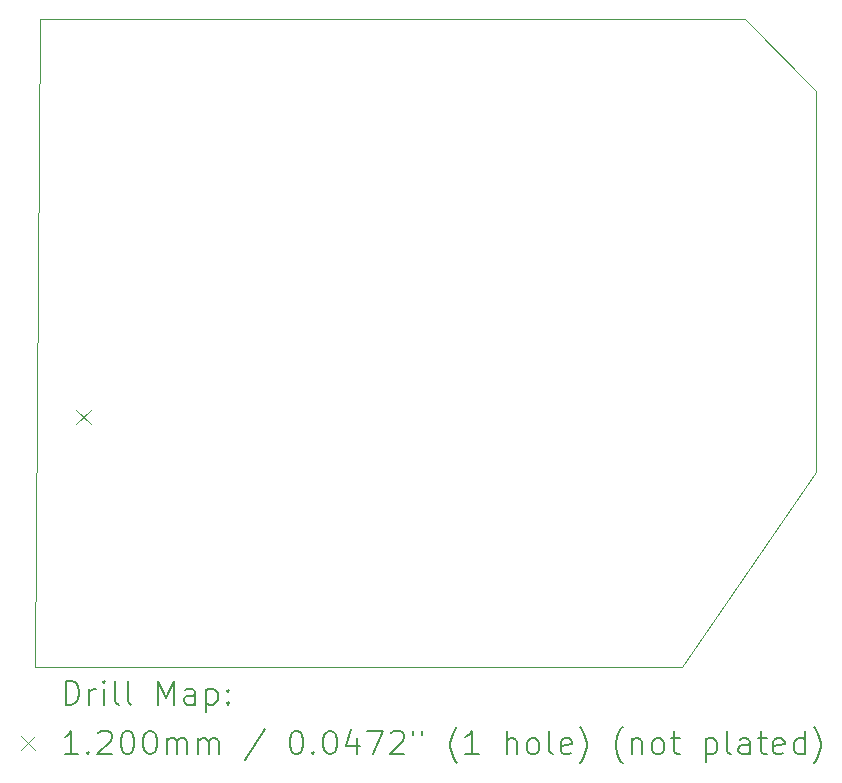
<source format=gbr>
%TF.GenerationSoftware,KiCad,Pcbnew,9.0.6*%
%TF.CreationDate,2025-12-02T12:47:50-05:00*%
%TF.ProjectId,ControlBoard,436f6e74-726f-46c4-926f-6172642e6b69,rev?*%
%TF.SameCoordinates,Original*%
%TF.FileFunction,Drillmap*%
%TF.FilePolarity,Positive*%
%FSLAX45Y45*%
G04 Gerber Fmt 4.5, Leading zero omitted, Abs format (unit mm)*
G04 Created by KiCad (PCBNEW 9.0.6) date 2025-12-02 12:47:50*
%MOMM*%
%LPD*%
G01*
G04 APERTURE LIST*
%ADD10C,0.050000*%
%ADD11C,0.200000*%
%ADD12C,0.120000*%
G04 APERTURE END LIST*
D10*
X17809000Y-11323000D02*
X16671000Y-12982000D01*
X17204410Y-7489000D02*
X17809000Y-8103000D01*
X11199000Y-12982000D02*
X11237500Y-7489000D01*
X16671000Y-12982000D02*
X11199000Y-12982000D01*
X17809000Y-8103000D02*
X17809000Y-11323000D01*
X11237500Y-7489000D02*
X17204410Y-7489000D01*
D11*
D12*
X11548000Y-10799000D02*
X11668000Y-10919000D01*
X11668000Y-10799000D02*
X11548000Y-10919000D01*
D11*
X11457277Y-13295984D02*
X11457277Y-13095984D01*
X11457277Y-13095984D02*
X11504896Y-13095984D01*
X11504896Y-13095984D02*
X11533467Y-13105508D01*
X11533467Y-13105508D02*
X11552515Y-13124555D01*
X11552515Y-13124555D02*
X11562039Y-13143603D01*
X11562039Y-13143603D02*
X11571562Y-13181698D01*
X11571562Y-13181698D02*
X11571562Y-13210269D01*
X11571562Y-13210269D02*
X11562039Y-13248365D01*
X11562039Y-13248365D02*
X11552515Y-13267412D01*
X11552515Y-13267412D02*
X11533467Y-13286460D01*
X11533467Y-13286460D02*
X11504896Y-13295984D01*
X11504896Y-13295984D02*
X11457277Y-13295984D01*
X11657277Y-13295984D02*
X11657277Y-13162650D01*
X11657277Y-13200746D02*
X11666801Y-13181698D01*
X11666801Y-13181698D02*
X11676324Y-13172174D01*
X11676324Y-13172174D02*
X11695372Y-13162650D01*
X11695372Y-13162650D02*
X11714420Y-13162650D01*
X11781086Y-13295984D02*
X11781086Y-13162650D01*
X11781086Y-13095984D02*
X11771562Y-13105508D01*
X11771562Y-13105508D02*
X11781086Y-13115031D01*
X11781086Y-13115031D02*
X11790610Y-13105508D01*
X11790610Y-13105508D02*
X11781086Y-13095984D01*
X11781086Y-13095984D02*
X11781086Y-13115031D01*
X11904896Y-13295984D02*
X11885848Y-13286460D01*
X11885848Y-13286460D02*
X11876324Y-13267412D01*
X11876324Y-13267412D02*
X11876324Y-13095984D01*
X12009658Y-13295984D02*
X11990610Y-13286460D01*
X11990610Y-13286460D02*
X11981086Y-13267412D01*
X11981086Y-13267412D02*
X11981086Y-13095984D01*
X12238229Y-13295984D02*
X12238229Y-13095984D01*
X12238229Y-13095984D02*
X12304896Y-13238841D01*
X12304896Y-13238841D02*
X12371562Y-13095984D01*
X12371562Y-13095984D02*
X12371562Y-13295984D01*
X12552515Y-13295984D02*
X12552515Y-13191222D01*
X12552515Y-13191222D02*
X12542991Y-13172174D01*
X12542991Y-13172174D02*
X12523943Y-13162650D01*
X12523943Y-13162650D02*
X12485848Y-13162650D01*
X12485848Y-13162650D02*
X12466801Y-13172174D01*
X12552515Y-13286460D02*
X12533467Y-13295984D01*
X12533467Y-13295984D02*
X12485848Y-13295984D01*
X12485848Y-13295984D02*
X12466801Y-13286460D01*
X12466801Y-13286460D02*
X12457277Y-13267412D01*
X12457277Y-13267412D02*
X12457277Y-13248365D01*
X12457277Y-13248365D02*
X12466801Y-13229317D01*
X12466801Y-13229317D02*
X12485848Y-13219793D01*
X12485848Y-13219793D02*
X12533467Y-13219793D01*
X12533467Y-13219793D02*
X12552515Y-13210269D01*
X12647753Y-13162650D02*
X12647753Y-13362650D01*
X12647753Y-13172174D02*
X12666801Y-13162650D01*
X12666801Y-13162650D02*
X12704896Y-13162650D01*
X12704896Y-13162650D02*
X12723943Y-13172174D01*
X12723943Y-13172174D02*
X12733467Y-13181698D01*
X12733467Y-13181698D02*
X12742991Y-13200746D01*
X12742991Y-13200746D02*
X12742991Y-13257888D01*
X12742991Y-13257888D02*
X12733467Y-13276936D01*
X12733467Y-13276936D02*
X12723943Y-13286460D01*
X12723943Y-13286460D02*
X12704896Y-13295984D01*
X12704896Y-13295984D02*
X12666801Y-13295984D01*
X12666801Y-13295984D02*
X12647753Y-13286460D01*
X12828705Y-13276936D02*
X12838229Y-13286460D01*
X12838229Y-13286460D02*
X12828705Y-13295984D01*
X12828705Y-13295984D02*
X12819182Y-13286460D01*
X12819182Y-13286460D02*
X12828705Y-13276936D01*
X12828705Y-13276936D02*
X12828705Y-13295984D01*
X12828705Y-13172174D02*
X12838229Y-13181698D01*
X12838229Y-13181698D02*
X12828705Y-13191222D01*
X12828705Y-13191222D02*
X12819182Y-13181698D01*
X12819182Y-13181698D02*
X12828705Y-13172174D01*
X12828705Y-13172174D02*
X12828705Y-13191222D01*
D12*
X11076500Y-13564500D02*
X11196500Y-13684500D01*
X11196500Y-13564500D02*
X11076500Y-13684500D01*
D11*
X11562039Y-13715984D02*
X11447753Y-13715984D01*
X11504896Y-13715984D02*
X11504896Y-13515984D01*
X11504896Y-13515984D02*
X11485848Y-13544555D01*
X11485848Y-13544555D02*
X11466801Y-13563603D01*
X11466801Y-13563603D02*
X11447753Y-13573127D01*
X11647753Y-13696936D02*
X11657277Y-13706460D01*
X11657277Y-13706460D02*
X11647753Y-13715984D01*
X11647753Y-13715984D02*
X11638229Y-13706460D01*
X11638229Y-13706460D02*
X11647753Y-13696936D01*
X11647753Y-13696936D02*
X11647753Y-13715984D01*
X11733467Y-13535031D02*
X11742991Y-13525508D01*
X11742991Y-13525508D02*
X11762039Y-13515984D01*
X11762039Y-13515984D02*
X11809658Y-13515984D01*
X11809658Y-13515984D02*
X11828705Y-13525508D01*
X11828705Y-13525508D02*
X11838229Y-13535031D01*
X11838229Y-13535031D02*
X11847753Y-13554079D01*
X11847753Y-13554079D02*
X11847753Y-13573127D01*
X11847753Y-13573127D02*
X11838229Y-13601698D01*
X11838229Y-13601698D02*
X11723943Y-13715984D01*
X11723943Y-13715984D02*
X11847753Y-13715984D01*
X11971562Y-13515984D02*
X11990610Y-13515984D01*
X11990610Y-13515984D02*
X12009658Y-13525508D01*
X12009658Y-13525508D02*
X12019182Y-13535031D01*
X12019182Y-13535031D02*
X12028705Y-13554079D01*
X12028705Y-13554079D02*
X12038229Y-13592174D01*
X12038229Y-13592174D02*
X12038229Y-13639793D01*
X12038229Y-13639793D02*
X12028705Y-13677888D01*
X12028705Y-13677888D02*
X12019182Y-13696936D01*
X12019182Y-13696936D02*
X12009658Y-13706460D01*
X12009658Y-13706460D02*
X11990610Y-13715984D01*
X11990610Y-13715984D02*
X11971562Y-13715984D01*
X11971562Y-13715984D02*
X11952515Y-13706460D01*
X11952515Y-13706460D02*
X11942991Y-13696936D01*
X11942991Y-13696936D02*
X11933467Y-13677888D01*
X11933467Y-13677888D02*
X11923943Y-13639793D01*
X11923943Y-13639793D02*
X11923943Y-13592174D01*
X11923943Y-13592174D02*
X11933467Y-13554079D01*
X11933467Y-13554079D02*
X11942991Y-13535031D01*
X11942991Y-13535031D02*
X11952515Y-13525508D01*
X11952515Y-13525508D02*
X11971562Y-13515984D01*
X12162039Y-13515984D02*
X12181086Y-13515984D01*
X12181086Y-13515984D02*
X12200134Y-13525508D01*
X12200134Y-13525508D02*
X12209658Y-13535031D01*
X12209658Y-13535031D02*
X12219182Y-13554079D01*
X12219182Y-13554079D02*
X12228705Y-13592174D01*
X12228705Y-13592174D02*
X12228705Y-13639793D01*
X12228705Y-13639793D02*
X12219182Y-13677888D01*
X12219182Y-13677888D02*
X12209658Y-13696936D01*
X12209658Y-13696936D02*
X12200134Y-13706460D01*
X12200134Y-13706460D02*
X12181086Y-13715984D01*
X12181086Y-13715984D02*
X12162039Y-13715984D01*
X12162039Y-13715984D02*
X12142991Y-13706460D01*
X12142991Y-13706460D02*
X12133467Y-13696936D01*
X12133467Y-13696936D02*
X12123943Y-13677888D01*
X12123943Y-13677888D02*
X12114420Y-13639793D01*
X12114420Y-13639793D02*
X12114420Y-13592174D01*
X12114420Y-13592174D02*
X12123943Y-13554079D01*
X12123943Y-13554079D02*
X12133467Y-13535031D01*
X12133467Y-13535031D02*
X12142991Y-13525508D01*
X12142991Y-13525508D02*
X12162039Y-13515984D01*
X12314420Y-13715984D02*
X12314420Y-13582650D01*
X12314420Y-13601698D02*
X12323943Y-13592174D01*
X12323943Y-13592174D02*
X12342991Y-13582650D01*
X12342991Y-13582650D02*
X12371563Y-13582650D01*
X12371563Y-13582650D02*
X12390610Y-13592174D01*
X12390610Y-13592174D02*
X12400134Y-13611222D01*
X12400134Y-13611222D02*
X12400134Y-13715984D01*
X12400134Y-13611222D02*
X12409658Y-13592174D01*
X12409658Y-13592174D02*
X12428705Y-13582650D01*
X12428705Y-13582650D02*
X12457277Y-13582650D01*
X12457277Y-13582650D02*
X12476324Y-13592174D01*
X12476324Y-13592174D02*
X12485848Y-13611222D01*
X12485848Y-13611222D02*
X12485848Y-13715984D01*
X12581086Y-13715984D02*
X12581086Y-13582650D01*
X12581086Y-13601698D02*
X12590610Y-13592174D01*
X12590610Y-13592174D02*
X12609658Y-13582650D01*
X12609658Y-13582650D02*
X12638229Y-13582650D01*
X12638229Y-13582650D02*
X12657277Y-13592174D01*
X12657277Y-13592174D02*
X12666801Y-13611222D01*
X12666801Y-13611222D02*
X12666801Y-13715984D01*
X12666801Y-13611222D02*
X12676324Y-13592174D01*
X12676324Y-13592174D02*
X12695372Y-13582650D01*
X12695372Y-13582650D02*
X12723943Y-13582650D01*
X12723943Y-13582650D02*
X12742991Y-13592174D01*
X12742991Y-13592174D02*
X12752515Y-13611222D01*
X12752515Y-13611222D02*
X12752515Y-13715984D01*
X13142991Y-13506460D02*
X12971563Y-13763603D01*
X13400134Y-13515984D02*
X13419182Y-13515984D01*
X13419182Y-13515984D02*
X13438229Y-13525508D01*
X13438229Y-13525508D02*
X13447753Y-13535031D01*
X13447753Y-13535031D02*
X13457277Y-13554079D01*
X13457277Y-13554079D02*
X13466801Y-13592174D01*
X13466801Y-13592174D02*
X13466801Y-13639793D01*
X13466801Y-13639793D02*
X13457277Y-13677888D01*
X13457277Y-13677888D02*
X13447753Y-13696936D01*
X13447753Y-13696936D02*
X13438229Y-13706460D01*
X13438229Y-13706460D02*
X13419182Y-13715984D01*
X13419182Y-13715984D02*
X13400134Y-13715984D01*
X13400134Y-13715984D02*
X13381086Y-13706460D01*
X13381086Y-13706460D02*
X13371563Y-13696936D01*
X13371563Y-13696936D02*
X13362039Y-13677888D01*
X13362039Y-13677888D02*
X13352515Y-13639793D01*
X13352515Y-13639793D02*
X13352515Y-13592174D01*
X13352515Y-13592174D02*
X13362039Y-13554079D01*
X13362039Y-13554079D02*
X13371563Y-13535031D01*
X13371563Y-13535031D02*
X13381086Y-13525508D01*
X13381086Y-13525508D02*
X13400134Y-13515984D01*
X13552515Y-13696936D02*
X13562039Y-13706460D01*
X13562039Y-13706460D02*
X13552515Y-13715984D01*
X13552515Y-13715984D02*
X13542991Y-13706460D01*
X13542991Y-13706460D02*
X13552515Y-13696936D01*
X13552515Y-13696936D02*
X13552515Y-13715984D01*
X13685848Y-13515984D02*
X13704896Y-13515984D01*
X13704896Y-13515984D02*
X13723944Y-13525508D01*
X13723944Y-13525508D02*
X13733467Y-13535031D01*
X13733467Y-13535031D02*
X13742991Y-13554079D01*
X13742991Y-13554079D02*
X13752515Y-13592174D01*
X13752515Y-13592174D02*
X13752515Y-13639793D01*
X13752515Y-13639793D02*
X13742991Y-13677888D01*
X13742991Y-13677888D02*
X13733467Y-13696936D01*
X13733467Y-13696936D02*
X13723944Y-13706460D01*
X13723944Y-13706460D02*
X13704896Y-13715984D01*
X13704896Y-13715984D02*
X13685848Y-13715984D01*
X13685848Y-13715984D02*
X13666801Y-13706460D01*
X13666801Y-13706460D02*
X13657277Y-13696936D01*
X13657277Y-13696936D02*
X13647753Y-13677888D01*
X13647753Y-13677888D02*
X13638229Y-13639793D01*
X13638229Y-13639793D02*
X13638229Y-13592174D01*
X13638229Y-13592174D02*
X13647753Y-13554079D01*
X13647753Y-13554079D02*
X13657277Y-13535031D01*
X13657277Y-13535031D02*
X13666801Y-13525508D01*
X13666801Y-13525508D02*
X13685848Y-13515984D01*
X13923944Y-13582650D02*
X13923944Y-13715984D01*
X13876325Y-13506460D02*
X13828706Y-13649317D01*
X13828706Y-13649317D02*
X13952515Y-13649317D01*
X14009658Y-13515984D02*
X14142991Y-13515984D01*
X14142991Y-13515984D02*
X14057277Y-13715984D01*
X14209658Y-13535031D02*
X14219182Y-13525508D01*
X14219182Y-13525508D02*
X14238229Y-13515984D01*
X14238229Y-13515984D02*
X14285848Y-13515984D01*
X14285848Y-13515984D02*
X14304896Y-13525508D01*
X14304896Y-13525508D02*
X14314420Y-13535031D01*
X14314420Y-13535031D02*
X14323944Y-13554079D01*
X14323944Y-13554079D02*
X14323944Y-13573127D01*
X14323944Y-13573127D02*
X14314420Y-13601698D01*
X14314420Y-13601698D02*
X14200134Y-13715984D01*
X14200134Y-13715984D02*
X14323944Y-13715984D01*
X14400134Y-13515984D02*
X14400134Y-13554079D01*
X14476325Y-13515984D02*
X14476325Y-13554079D01*
X14771563Y-13792174D02*
X14762039Y-13782650D01*
X14762039Y-13782650D02*
X14742991Y-13754079D01*
X14742991Y-13754079D02*
X14733468Y-13735031D01*
X14733468Y-13735031D02*
X14723944Y-13706460D01*
X14723944Y-13706460D02*
X14714420Y-13658841D01*
X14714420Y-13658841D02*
X14714420Y-13620746D01*
X14714420Y-13620746D02*
X14723944Y-13573127D01*
X14723944Y-13573127D02*
X14733468Y-13544555D01*
X14733468Y-13544555D02*
X14742991Y-13525508D01*
X14742991Y-13525508D02*
X14762039Y-13496936D01*
X14762039Y-13496936D02*
X14771563Y-13487412D01*
X14952515Y-13715984D02*
X14838229Y-13715984D01*
X14895372Y-13715984D02*
X14895372Y-13515984D01*
X14895372Y-13515984D02*
X14876325Y-13544555D01*
X14876325Y-13544555D02*
X14857277Y-13563603D01*
X14857277Y-13563603D02*
X14838229Y-13573127D01*
X15190610Y-13715984D02*
X15190610Y-13515984D01*
X15276325Y-13715984D02*
X15276325Y-13611222D01*
X15276325Y-13611222D02*
X15266801Y-13592174D01*
X15266801Y-13592174D02*
X15247753Y-13582650D01*
X15247753Y-13582650D02*
X15219182Y-13582650D01*
X15219182Y-13582650D02*
X15200134Y-13592174D01*
X15200134Y-13592174D02*
X15190610Y-13601698D01*
X15400134Y-13715984D02*
X15381087Y-13706460D01*
X15381087Y-13706460D02*
X15371563Y-13696936D01*
X15371563Y-13696936D02*
X15362039Y-13677888D01*
X15362039Y-13677888D02*
X15362039Y-13620746D01*
X15362039Y-13620746D02*
X15371563Y-13601698D01*
X15371563Y-13601698D02*
X15381087Y-13592174D01*
X15381087Y-13592174D02*
X15400134Y-13582650D01*
X15400134Y-13582650D02*
X15428706Y-13582650D01*
X15428706Y-13582650D02*
X15447753Y-13592174D01*
X15447753Y-13592174D02*
X15457277Y-13601698D01*
X15457277Y-13601698D02*
X15466801Y-13620746D01*
X15466801Y-13620746D02*
X15466801Y-13677888D01*
X15466801Y-13677888D02*
X15457277Y-13696936D01*
X15457277Y-13696936D02*
X15447753Y-13706460D01*
X15447753Y-13706460D02*
X15428706Y-13715984D01*
X15428706Y-13715984D02*
X15400134Y-13715984D01*
X15581087Y-13715984D02*
X15562039Y-13706460D01*
X15562039Y-13706460D02*
X15552515Y-13687412D01*
X15552515Y-13687412D02*
X15552515Y-13515984D01*
X15733468Y-13706460D02*
X15714420Y-13715984D01*
X15714420Y-13715984D02*
X15676325Y-13715984D01*
X15676325Y-13715984D02*
X15657277Y-13706460D01*
X15657277Y-13706460D02*
X15647753Y-13687412D01*
X15647753Y-13687412D02*
X15647753Y-13611222D01*
X15647753Y-13611222D02*
X15657277Y-13592174D01*
X15657277Y-13592174D02*
X15676325Y-13582650D01*
X15676325Y-13582650D02*
X15714420Y-13582650D01*
X15714420Y-13582650D02*
X15733468Y-13592174D01*
X15733468Y-13592174D02*
X15742991Y-13611222D01*
X15742991Y-13611222D02*
X15742991Y-13630269D01*
X15742991Y-13630269D02*
X15647753Y-13649317D01*
X15809658Y-13792174D02*
X15819182Y-13782650D01*
X15819182Y-13782650D02*
X15838230Y-13754079D01*
X15838230Y-13754079D02*
X15847753Y-13735031D01*
X15847753Y-13735031D02*
X15857277Y-13706460D01*
X15857277Y-13706460D02*
X15866801Y-13658841D01*
X15866801Y-13658841D02*
X15866801Y-13620746D01*
X15866801Y-13620746D02*
X15857277Y-13573127D01*
X15857277Y-13573127D02*
X15847753Y-13544555D01*
X15847753Y-13544555D02*
X15838230Y-13525508D01*
X15838230Y-13525508D02*
X15819182Y-13496936D01*
X15819182Y-13496936D02*
X15809658Y-13487412D01*
X16171563Y-13792174D02*
X16162039Y-13782650D01*
X16162039Y-13782650D02*
X16142991Y-13754079D01*
X16142991Y-13754079D02*
X16133468Y-13735031D01*
X16133468Y-13735031D02*
X16123944Y-13706460D01*
X16123944Y-13706460D02*
X16114420Y-13658841D01*
X16114420Y-13658841D02*
X16114420Y-13620746D01*
X16114420Y-13620746D02*
X16123944Y-13573127D01*
X16123944Y-13573127D02*
X16133468Y-13544555D01*
X16133468Y-13544555D02*
X16142991Y-13525508D01*
X16142991Y-13525508D02*
X16162039Y-13496936D01*
X16162039Y-13496936D02*
X16171563Y-13487412D01*
X16247753Y-13582650D02*
X16247753Y-13715984D01*
X16247753Y-13601698D02*
X16257277Y-13592174D01*
X16257277Y-13592174D02*
X16276325Y-13582650D01*
X16276325Y-13582650D02*
X16304896Y-13582650D01*
X16304896Y-13582650D02*
X16323944Y-13592174D01*
X16323944Y-13592174D02*
X16333468Y-13611222D01*
X16333468Y-13611222D02*
X16333468Y-13715984D01*
X16457277Y-13715984D02*
X16438230Y-13706460D01*
X16438230Y-13706460D02*
X16428706Y-13696936D01*
X16428706Y-13696936D02*
X16419182Y-13677888D01*
X16419182Y-13677888D02*
X16419182Y-13620746D01*
X16419182Y-13620746D02*
X16428706Y-13601698D01*
X16428706Y-13601698D02*
X16438230Y-13592174D01*
X16438230Y-13592174D02*
X16457277Y-13582650D01*
X16457277Y-13582650D02*
X16485849Y-13582650D01*
X16485849Y-13582650D02*
X16504896Y-13592174D01*
X16504896Y-13592174D02*
X16514420Y-13601698D01*
X16514420Y-13601698D02*
X16523944Y-13620746D01*
X16523944Y-13620746D02*
X16523944Y-13677888D01*
X16523944Y-13677888D02*
X16514420Y-13696936D01*
X16514420Y-13696936D02*
X16504896Y-13706460D01*
X16504896Y-13706460D02*
X16485849Y-13715984D01*
X16485849Y-13715984D02*
X16457277Y-13715984D01*
X16581087Y-13582650D02*
X16657277Y-13582650D01*
X16609658Y-13515984D02*
X16609658Y-13687412D01*
X16609658Y-13687412D02*
X16619182Y-13706460D01*
X16619182Y-13706460D02*
X16638230Y-13715984D01*
X16638230Y-13715984D02*
X16657277Y-13715984D01*
X16876325Y-13582650D02*
X16876325Y-13782650D01*
X16876325Y-13592174D02*
X16895373Y-13582650D01*
X16895373Y-13582650D02*
X16933468Y-13582650D01*
X16933468Y-13582650D02*
X16952515Y-13592174D01*
X16952515Y-13592174D02*
X16962039Y-13601698D01*
X16962039Y-13601698D02*
X16971563Y-13620746D01*
X16971563Y-13620746D02*
X16971563Y-13677888D01*
X16971563Y-13677888D02*
X16962039Y-13696936D01*
X16962039Y-13696936D02*
X16952515Y-13706460D01*
X16952515Y-13706460D02*
X16933468Y-13715984D01*
X16933468Y-13715984D02*
X16895373Y-13715984D01*
X16895373Y-13715984D02*
X16876325Y-13706460D01*
X17085849Y-13715984D02*
X17066801Y-13706460D01*
X17066801Y-13706460D02*
X17057277Y-13687412D01*
X17057277Y-13687412D02*
X17057277Y-13515984D01*
X17247754Y-13715984D02*
X17247754Y-13611222D01*
X17247754Y-13611222D02*
X17238230Y-13592174D01*
X17238230Y-13592174D02*
X17219182Y-13582650D01*
X17219182Y-13582650D02*
X17181087Y-13582650D01*
X17181087Y-13582650D02*
X17162039Y-13592174D01*
X17247754Y-13706460D02*
X17228706Y-13715984D01*
X17228706Y-13715984D02*
X17181087Y-13715984D01*
X17181087Y-13715984D02*
X17162039Y-13706460D01*
X17162039Y-13706460D02*
X17152515Y-13687412D01*
X17152515Y-13687412D02*
X17152515Y-13668365D01*
X17152515Y-13668365D02*
X17162039Y-13649317D01*
X17162039Y-13649317D02*
X17181087Y-13639793D01*
X17181087Y-13639793D02*
X17228706Y-13639793D01*
X17228706Y-13639793D02*
X17247754Y-13630269D01*
X17314420Y-13582650D02*
X17390611Y-13582650D01*
X17342992Y-13515984D02*
X17342992Y-13687412D01*
X17342992Y-13687412D02*
X17352515Y-13706460D01*
X17352515Y-13706460D02*
X17371563Y-13715984D01*
X17371563Y-13715984D02*
X17390611Y-13715984D01*
X17533468Y-13706460D02*
X17514420Y-13715984D01*
X17514420Y-13715984D02*
X17476325Y-13715984D01*
X17476325Y-13715984D02*
X17457277Y-13706460D01*
X17457277Y-13706460D02*
X17447754Y-13687412D01*
X17447754Y-13687412D02*
X17447754Y-13611222D01*
X17447754Y-13611222D02*
X17457277Y-13592174D01*
X17457277Y-13592174D02*
X17476325Y-13582650D01*
X17476325Y-13582650D02*
X17514420Y-13582650D01*
X17514420Y-13582650D02*
X17533468Y-13592174D01*
X17533468Y-13592174D02*
X17542992Y-13611222D01*
X17542992Y-13611222D02*
X17542992Y-13630269D01*
X17542992Y-13630269D02*
X17447754Y-13649317D01*
X17714420Y-13715984D02*
X17714420Y-13515984D01*
X17714420Y-13706460D02*
X17695373Y-13715984D01*
X17695373Y-13715984D02*
X17657277Y-13715984D01*
X17657277Y-13715984D02*
X17638230Y-13706460D01*
X17638230Y-13706460D02*
X17628706Y-13696936D01*
X17628706Y-13696936D02*
X17619182Y-13677888D01*
X17619182Y-13677888D02*
X17619182Y-13620746D01*
X17619182Y-13620746D02*
X17628706Y-13601698D01*
X17628706Y-13601698D02*
X17638230Y-13592174D01*
X17638230Y-13592174D02*
X17657277Y-13582650D01*
X17657277Y-13582650D02*
X17695373Y-13582650D01*
X17695373Y-13582650D02*
X17714420Y-13592174D01*
X17790611Y-13792174D02*
X17800135Y-13782650D01*
X17800135Y-13782650D02*
X17819182Y-13754079D01*
X17819182Y-13754079D02*
X17828706Y-13735031D01*
X17828706Y-13735031D02*
X17838230Y-13706460D01*
X17838230Y-13706460D02*
X17847754Y-13658841D01*
X17847754Y-13658841D02*
X17847754Y-13620746D01*
X17847754Y-13620746D02*
X17838230Y-13573127D01*
X17838230Y-13573127D02*
X17828706Y-13544555D01*
X17828706Y-13544555D02*
X17819182Y-13525508D01*
X17819182Y-13525508D02*
X17800135Y-13496936D01*
X17800135Y-13496936D02*
X17790611Y-13487412D01*
M02*

</source>
